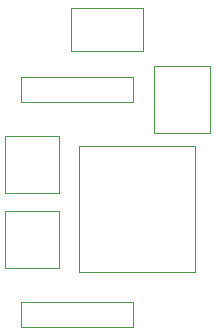
<source format=gbr>
%TF.GenerationSoftware,KiCad,Pcbnew,(5.1.9)-1*%
%TF.CreationDate,2021-03-23T22:36:06-04:00*%
%TF.ProjectId,Automated lighting,4175746f-6d61-4746-9564-206c69676874,rev?*%
%TF.SameCoordinates,Original*%
%TF.FileFunction,Other,User*%
%FSLAX46Y46*%
G04 Gerber Fmt 4.6, Leading zero omitted, Abs format (unit mm)*
G04 Created by KiCad (PCBNEW (5.1.9)-1) date 2021-03-23 22:36:06*
%MOMM*%
%LPD*%
G01*
G04 APERTURE LIST*
%ADD10C,0.050000*%
G04 APERTURE END LIST*
D10*
%TO.C,U1*%
X129350000Y-68300000D02*
X119550000Y-68300000D01*
X129350000Y-79000000D02*
X129350000Y-68300000D01*
X119550000Y-79000000D02*
X129350000Y-79000000D01*
X119550000Y-68300000D02*
X119550000Y-79000000D01*
%TO.C,R3*%
X114620000Y-83600000D02*
X124140000Y-83600000D01*
X114620000Y-81500000D02*
X114620000Y-83600000D01*
X124140000Y-81500000D02*
X114620000Y-81500000D01*
X124140000Y-83600000D02*
X124140000Y-81500000D01*
%TO.C,R2*%
X114620000Y-64550000D02*
X124140000Y-64550000D01*
X114620000Y-62450000D02*
X114620000Y-64550000D01*
X124140000Y-62450000D02*
X114620000Y-62450000D01*
X124140000Y-64550000D02*
X124140000Y-62450000D01*
%TO.C,R1*%
X130620000Y-61510000D02*
X130620000Y-67170000D01*
X130620000Y-61510000D02*
X125920000Y-61510000D01*
X125920000Y-67170000D02*
X130620000Y-67170000D01*
X125920000Y-67170000D02*
X125920000Y-61510000D01*
%TO.C,D2*%
X117820000Y-72280000D02*
X117820000Y-67430000D01*
X113320000Y-72280000D02*
X117820000Y-72280000D01*
X113320000Y-67430000D02*
X113320000Y-72280000D01*
X117820000Y-67430000D02*
X113320000Y-67430000D01*
%TO.C,D1*%
X117820000Y-78630000D02*
X117820000Y-73780000D01*
X113320000Y-78630000D02*
X117820000Y-78630000D01*
X113320000Y-73780000D02*
X113320000Y-78630000D01*
X117820000Y-73780000D02*
X113320000Y-73780000D01*
%TO.C,BT1*%
X124990000Y-60220000D02*
X124990000Y-56620000D01*
X118840000Y-60220000D02*
X124990000Y-60220000D01*
X118840000Y-56620000D02*
X118840000Y-60220000D01*
X124990000Y-56620000D02*
X118840000Y-56620000D01*
%TD*%
M02*

</source>
